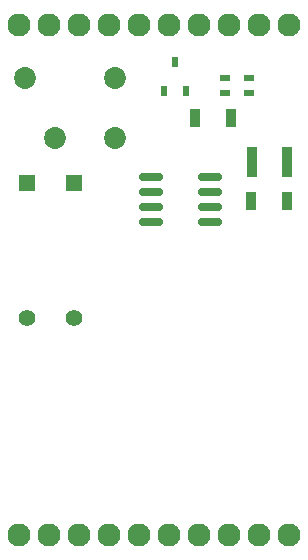
<source format=gbr>
%TF.GenerationSoftware,KiCad,Pcbnew,8.0.8*%
%TF.CreationDate,2025-03-19T16:23:10-04:00*%
%TF.ProjectId,RTDS Control Module V3.0,52544453-2043-46f6-9e74-726f6c204d6f,rev?*%
%TF.SameCoordinates,Original*%
%TF.FileFunction,Soldermask,Top*%
%TF.FilePolarity,Negative*%
%FSLAX46Y46*%
G04 Gerber Fmt 4.6, Leading zero omitted, Abs format (unit mm)*
G04 Created by KiCad (PCBNEW 8.0.8) date 2025-03-19 16:23:10*
%MOMM*%
%LPD*%
G01*
G04 APERTURE LIST*
G04 Aperture macros list*
%AMRoundRect*
0 Rectangle with rounded corners*
0 $1 Rounding radius*
0 $2 $3 $4 $5 $6 $7 $8 $9 X,Y pos of 4 corners*
0 Add a 4 corners polygon primitive as box body*
4,1,4,$2,$3,$4,$5,$6,$7,$8,$9,$2,$3,0*
0 Add four circle primitives for the rounded corners*
1,1,$1+$1,$2,$3*
1,1,$1+$1,$4,$5*
1,1,$1+$1,$6,$7*
1,1,$1+$1,$8,$9*
0 Add four rect primitives between the rounded corners*
20,1,$1+$1,$2,$3,$4,$5,0*
20,1,$1+$1,$4,$5,$6,$7,0*
20,1,$1+$1,$6,$7,$8,$9,0*
20,1,$1+$1,$8,$9,$2,$3,0*%
G04 Aperture macros list end*
%ADD10R,0.889000X0.609600*%
%ADD11R,0.558800X0.863600*%
%ADD12R,0.863600X1.600200*%
%ADD13R,1.397000X1.397000*%
%ADD14C,1.397000*%
%ADD15C,1.854000*%
%ADD16C,1.954000*%
%ADD17R,0.955600X2.500000*%
%ADD18RoundRect,0.150000X-0.825000X-0.150000X0.825000X-0.150000X0.825000X0.150000X-0.825000X0.150000X0*%
%ADD19R,0.855600X1.600000*%
G04 APERTURE END LIST*
D10*
%TO.C,R4*%
X68250000Y-31147700D03*
X68250000Y-29852300D03*
%TD*%
D11*
%TO.C,U2*%
X63047500Y-30943800D03*
X64952500Y-30943800D03*
X64000000Y-28556200D03*
%TD*%
D12*
%TO.C,D1*%
X68774000Y-33250000D03*
X65726000Y-33250000D03*
%TD*%
D13*
%TO.C,R2*%
X55500000Y-38750000D03*
D14*
X55500000Y-50180000D03*
%TD*%
D15*
%TO.C,K1*%
X53890000Y-34980000D03*
X58970000Y-34980000D03*
X58970000Y-29900000D03*
X51350000Y-29900000D03*
%TD*%
D16*
%TO.C,J2*%
X50800000Y-68580000D03*
X53340000Y-68580000D03*
X55880000Y-68580000D03*
X58420000Y-68580000D03*
X60960000Y-68580000D03*
X63500000Y-68580000D03*
X66040000Y-68580000D03*
X68580000Y-68580000D03*
X71120000Y-68580000D03*
X73660000Y-68580000D03*
%TD*%
D17*
%TO.C,C1*%
X70522199Y-37000000D03*
X73477801Y-37000000D03*
%TD*%
D13*
%TO.C,R1*%
X51500000Y-38785000D03*
D14*
X51500000Y-50215000D03*
%TD*%
D18*
%TO.C,U1*%
X62000000Y-38250000D03*
X62000000Y-39520000D03*
X62000000Y-40790000D03*
X62000000Y-42060000D03*
X66950000Y-42060000D03*
X66950000Y-40790000D03*
X66950000Y-39520000D03*
X66950000Y-38250000D03*
%TD*%
D19*
%TO.C,C2*%
X70444398Y-40250000D03*
X73500000Y-40250000D03*
%TD*%
D10*
%TO.C,R3*%
X70250000Y-31147700D03*
X70250000Y-29852300D03*
%TD*%
D16*
%TO.C,J1*%
X50800000Y-25400000D03*
X53340000Y-25400000D03*
X55880000Y-25400000D03*
X58420000Y-25400000D03*
X60960000Y-25400000D03*
X63500000Y-25400000D03*
X66040000Y-25400000D03*
X68580000Y-25400000D03*
X71120000Y-25400000D03*
X73660000Y-25400000D03*
%TD*%
M02*

</source>
